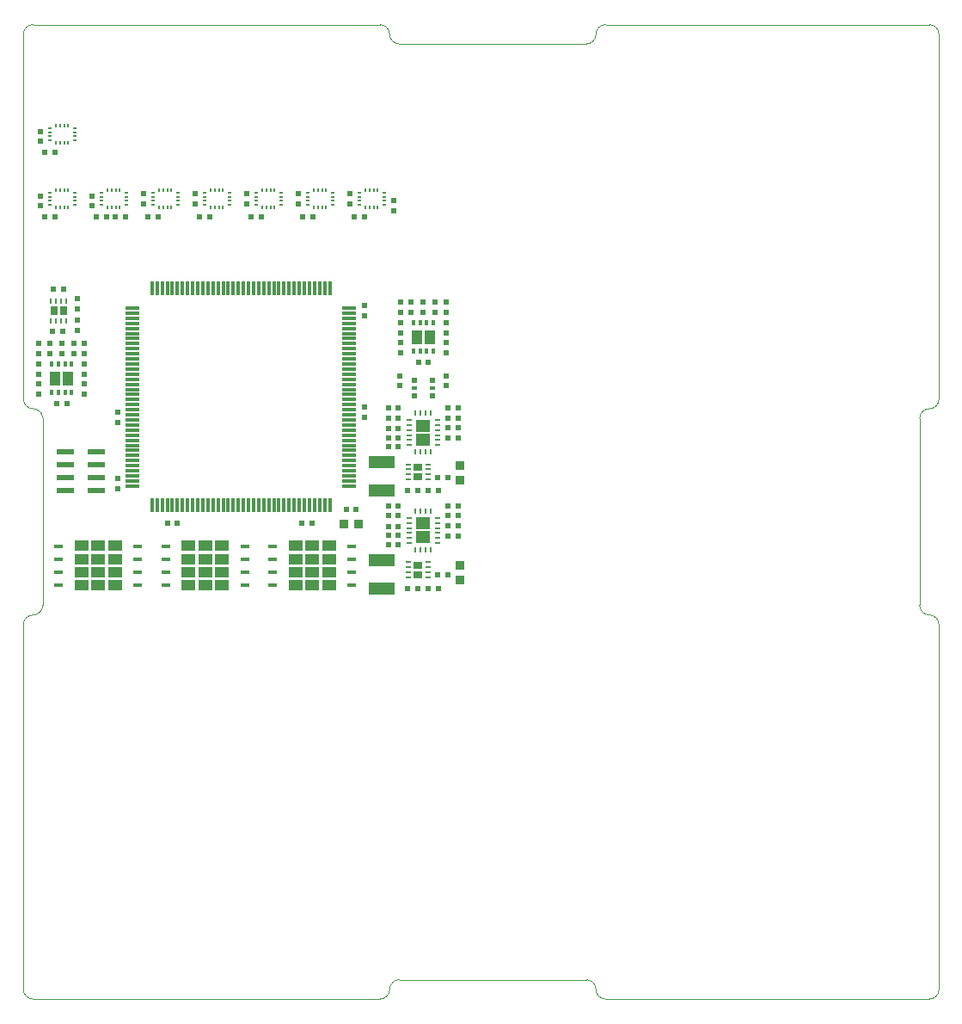
<source format=gbr>
G04 #@! TF.GenerationSoftware,KiCad,Pcbnew,5.1.9*
G04 #@! TF.CreationDate,2021-03-03T13:13:51+01:00*
G04 #@! TF.ProjectId,board_sierra,626f6172-645f-4736-9965-7272612e6b69,v1.1*
G04 #@! TF.SameCoordinates,PX1903cf0PY6c69e80*
G04 #@! TF.FileFunction,Paste,Top*
G04 #@! TF.FilePolarity,Positive*
%FSLAX46Y46*%
G04 Gerber Fmt 4.6, Leading zero omitted, Abs format (unit mm)*
G04 Created by KiCad (PCBNEW 5.1.9) date 2021-03-03 13:13:51*
%MOMM*%
%LPD*%
G01*
G04 APERTURE LIST*
G04 #@! TA.AperFunction,Profile*
%ADD10C,0.100000*%
G04 #@! TD*
%ADD11R,0.950000X0.950000*%
%ADD12R,2.650000X1.250000*%
%ADD13R,0.600000X0.500000*%
%ADD14R,1.475000X0.300000*%
%ADD15R,0.300000X1.475000*%
%ADD16R,0.500000X0.600000*%
%ADD17R,1.070000X1.470000*%
%ADD18R,0.300000X0.600000*%
%ADD19R,1.450000X1.075000*%
%ADD20R,0.950000X0.450000*%
%ADD21R,0.600000X0.200000*%
%ADD22R,0.200000X0.600000*%
%ADD23R,1.470000X1.150000*%
%ADD24R,1.700000X0.600000*%
%ADD25R,0.225000X0.463000*%
%ADD26R,0.463000X0.225000*%
%ADD27R,0.900000X0.700000*%
%ADD28R,0.500000X0.250000*%
%ADD29R,0.700000X0.900000*%
%ADD30R,0.250000X0.500000*%
%ADD31R,0.600000X0.600000*%
%ADD32R,0.600000X0.400000*%
G04 APERTURE END LIST*
D10*
X50355500Y88900000D02*
G75*
G03*
X51308000Y89852500I0J952500D01*
G01*
X31940500Y88900000D02*
X50355500Y88900000D01*
X52260500Y90805000D02*
X84137500Y90805000D01*
X30988000Y89852500D02*
G75*
G03*
X30035500Y90805000I-952500J0D01*
G01*
X30988000Y89852500D02*
G75*
G03*
X31940500Y88900000I952500J0D01*
G01*
X-4127500Y90805000D02*
X30035500Y90805000D01*
X52260500Y90805000D02*
G75*
G03*
X51308000Y89852500I0J-952500D01*
G01*
X52260500Y-5080000D02*
X84137500Y-5080000D01*
X31940500Y-3175000D02*
X50355500Y-3175000D01*
X-4127500Y-5080000D02*
X30035500Y-5080000D01*
X52260500Y-5080000D02*
G75*
G02*
X51308000Y-4127500I0J952500D01*
G01*
X50355500Y-3175000D02*
G75*
G02*
X51308000Y-4127500I0J-952500D01*
G01*
X30988000Y-4127500D02*
G75*
G02*
X31940500Y-3175000I952500J0D01*
G01*
X30988000Y-4127500D02*
G75*
G02*
X30035500Y-5080000I-952500J0D01*
G01*
X84137500Y53009800D02*
G75*
G03*
X83185000Y52057300I0J-952500D01*
G01*
X85090000Y89852500D02*
X85090000Y53962300D01*
X83185000Y52057300D02*
X83185000Y33667700D01*
X85090000Y31762700D02*
X85090000Y-4127500D01*
X83185000Y33667700D02*
G75*
G03*
X84137500Y32715200I952500J0D01*
G01*
X85090000Y31762700D02*
G75*
G03*
X84137500Y32715200I-952500J0D01*
G01*
X84137500Y53009800D02*
G75*
G03*
X85090000Y53962300I0J952500D01*
G01*
X85090000Y-4127500D02*
G75*
G02*
X84137500Y-5080000I-952500J0D01*
G01*
X84137500Y90805000D02*
G75*
G02*
X85090000Y89852500I0J-952500D01*
G01*
X-5080000Y31762700D02*
X-5080000Y-4127500D01*
X-5080000Y89852500D02*
X-5080000Y53962300D01*
X-5080000Y89852500D02*
G75*
G02*
X-4127500Y90805000I952500J0D01*
G01*
X-3175000Y52057300D02*
X-3175000Y33667700D01*
X-4127500Y53009800D02*
G75*
G02*
X-5080000Y53962300I0J952500D01*
G01*
X-4127500Y53009800D02*
G75*
G02*
X-3175000Y52057300I0J-952500D01*
G01*
X-3175000Y33667700D02*
G75*
G02*
X-4127500Y32715200I-952500J0D01*
G01*
X-5080000Y31762700D02*
G75*
G02*
X-4127500Y32715200I952500J0D01*
G01*
X-4127500Y-5080000D02*
G75*
G02*
X-5080000Y-4127500I0J952500D01*
G01*
D11*
G04 #@! TO.C,L1*
X26475000Y41700000D03*
X27925000Y41700000D03*
G04 #@! TD*
D12*
G04 #@! TO.C,C57*
X30226000Y35303000D03*
X30226000Y38103000D03*
G04 #@! TD*
G04 #@! TO.C,C56*
X30226000Y44955000D03*
X30226000Y47755000D03*
G04 #@! TD*
D13*
G04 #@! TO.C,R53*
X36576000Y56253000D03*
X36576000Y55253000D03*
G04 #@! TD*
D14*
G04 #@! TO.C,U1*
X5673500Y45408000D03*
X5673500Y45908000D03*
X5673500Y46408000D03*
X5673500Y46908000D03*
X5673500Y47408000D03*
X5673500Y47908000D03*
X5673500Y48408000D03*
X5673500Y48908000D03*
X5673500Y49408000D03*
X5673500Y49908000D03*
X5673500Y50408000D03*
X5673500Y50908000D03*
X5673500Y51408000D03*
X5673500Y51908000D03*
X5673500Y52408000D03*
X5673500Y52908000D03*
X5673500Y53408000D03*
X5673500Y53908000D03*
X5673500Y54408000D03*
X5673500Y54908000D03*
X5673500Y55408000D03*
X5673500Y55908000D03*
X5673500Y56408000D03*
X5673500Y56908000D03*
X5673500Y57408000D03*
X5673500Y57908000D03*
X5673500Y58408000D03*
X5673500Y58908000D03*
X5673500Y59408000D03*
X5673500Y59908000D03*
X5673500Y60408000D03*
X5673500Y60908000D03*
X5673500Y61408000D03*
X5673500Y61908000D03*
X5673500Y62408000D03*
X5673500Y62908000D03*
D15*
X7586000Y64820500D03*
X8086000Y64820500D03*
X8586000Y64820500D03*
X9086000Y64820500D03*
X9586000Y64820500D03*
X10086000Y64820500D03*
X10586000Y64820500D03*
X11086000Y64820500D03*
X11586000Y64820500D03*
X12086000Y64820500D03*
X12586000Y64820500D03*
X13086000Y64820500D03*
X13586000Y64820500D03*
X14086000Y64820500D03*
X14586000Y64820500D03*
X15086000Y64820500D03*
X15586000Y64820500D03*
X16086000Y64820500D03*
X16586000Y64820500D03*
X17086000Y64820500D03*
X17586000Y64820500D03*
X18086000Y64820500D03*
X18586000Y64820500D03*
X19086000Y64820500D03*
X19586000Y64820500D03*
X20086000Y64820500D03*
X20586000Y64820500D03*
X21086000Y64820500D03*
X21586000Y64820500D03*
X22086000Y64820500D03*
X22586000Y64820500D03*
X23086000Y64820500D03*
X23586000Y64820500D03*
X24086000Y64820500D03*
X24586000Y64820500D03*
X25086000Y64820500D03*
D14*
X26998500Y62908000D03*
X26998500Y62408000D03*
X26998500Y61908000D03*
X26998500Y61408000D03*
X26998500Y60908000D03*
X26998500Y60408000D03*
X26998500Y59908000D03*
X26998500Y59408000D03*
X26998500Y58908000D03*
X26998500Y58408000D03*
X26998500Y57908000D03*
X26998500Y57408000D03*
X26998500Y56908000D03*
X26998500Y56408000D03*
X26998500Y55908000D03*
X26998500Y55408000D03*
X26998500Y54908000D03*
X26998500Y54408000D03*
X26998500Y53908000D03*
X26998500Y53408000D03*
X26998500Y52908000D03*
X26998500Y52408000D03*
X26998500Y51908000D03*
X26998500Y51408000D03*
X26998500Y50908000D03*
X26998500Y50408000D03*
X26998500Y49908000D03*
X26998500Y49408000D03*
X26998500Y48908000D03*
X26998500Y48408000D03*
X26998500Y47908000D03*
X26998500Y47408000D03*
X26998500Y46908000D03*
X26998500Y46408000D03*
X26998500Y45908000D03*
X26998500Y45408000D03*
D15*
X25086000Y43495500D03*
X24586000Y43495500D03*
X24086000Y43495500D03*
X23586000Y43495500D03*
X23086000Y43495500D03*
X22586000Y43495500D03*
X22086000Y43495500D03*
X21586000Y43495500D03*
X21086000Y43495500D03*
X20586000Y43495500D03*
X20086000Y43495500D03*
X19586000Y43495500D03*
X19086000Y43495500D03*
X18586000Y43495500D03*
X18086000Y43495500D03*
X17586000Y43495500D03*
X17086000Y43495500D03*
X16586000Y43495500D03*
X16086000Y43495500D03*
X15586000Y43495500D03*
X15086000Y43495500D03*
X14586000Y43495500D03*
X14086000Y43495500D03*
X13586000Y43495500D03*
X13086000Y43495500D03*
X12586000Y43495500D03*
X12086000Y43495500D03*
X11586000Y43495500D03*
X11086000Y43495500D03*
X10586000Y43495500D03*
X10086000Y43495500D03*
X9586000Y43495500D03*
X9086000Y43495500D03*
X8586000Y43495500D03*
X8086000Y43495500D03*
X7586000Y43495500D03*
G04 #@! TD*
D16*
G04 #@! TO.C,C34*
X8180000Y71910000D03*
X7180000Y71910000D03*
G04 #@! TD*
D13*
G04 #@! TO.C,C59*
X36560000Y61460000D03*
X36560000Y60460000D03*
G04 #@! TD*
G04 #@! TO.C,C68*
X-3560000Y58450000D03*
X-3560000Y59450000D03*
G04 #@! TD*
D16*
G04 #@! TO.C,C63*
X34810000Y57600000D03*
X33810000Y57600000D03*
G04 #@! TD*
G04 #@! TO.C,C62*
X-810000Y53550000D03*
X-1810000Y53550000D03*
G04 #@! TD*
G04 #@! TO.C,C66*
X36690000Y46260000D03*
X35690000Y46260000D03*
G04 #@! TD*
D11*
G04 #@! TO.C,C70*
X37870000Y47395000D03*
X37870000Y45945000D03*
G04 #@! TD*
G04 #@! TO.C,C71*
X37870000Y37630000D03*
X37870000Y36180000D03*
G04 #@! TD*
D13*
G04 #@! TO.C,R70*
X-3560000Y55450000D03*
X-3560000Y54450000D03*
G04 #@! TD*
G04 #@! TO.C,R69*
X940000Y55450000D03*
X940000Y54450000D03*
G04 #@! TD*
D17*
G04 #@! TO.C,U3*
X34945000Y60060000D03*
X33675000Y60060000D03*
D18*
X33335000Y61460000D03*
X33985000Y61460000D03*
X34635000Y61460000D03*
X35285000Y61460000D03*
X35285000Y58660000D03*
X34635000Y58660000D03*
X33985000Y58660000D03*
X33335000Y58660000D03*
G04 #@! TD*
D19*
G04 #@! TO.C,M1*
X636000Y39504500D03*
D20*
X6186000Y39497000D03*
X6186000Y38227000D03*
X6186000Y36957000D03*
X6186000Y35687000D03*
X-1614000Y35687000D03*
X-1614000Y36957000D03*
X-1614000Y38227000D03*
X-1614000Y39497000D03*
D19*
X2286000Y39504500D03*
X3936000Y39504500D03*
X636000Y38229500D03*
X2286000Y38229500D03*
X3936000Y38229500D03*
X636000Y36954500D03*
X2286000Y36954500D03*
X3936000Y36954500D03*
X636000Y35679500D03*
X2286000Y35679500D03*
X3936000Y35679500D03*
G04 #@! TD*
G04 #@! TO.C,M3*
X21718000Y39504500D03*
D20*
X27268000Y39497000D03*
X27268000Y38227000D03*
X27268000Y36957000D03*
X27268000Y35687000D03*
X19468000Y35687000D03*
X19468000Y36957000D03*
X19468000Y38227000D03*
X19468000Y39497000D03*
D19*
X23368000Y39504500D03*
X25018000Y39504500D03*
X21718000Y38229500D03*
X23368000Y38229500D03*
X25018000Y38229500D03*
X21718000Y36954500D03*
X23368000Y36954500D03*
X25018000Y36954500D03*
X21718000Y35679500D03*
X23368000Y35679500D03*
X25018000Y35679500D03*
G04 #@! TD*
G04 #@! TO.C,M2*
X11177000Y39504500D03*
D20*
X16727000Y39497000D03*
X16727000Y38227000D03*
X16727000Y36957000D03*
X16727000Y35687000D03*
X8927000Y35687000D03*
X8927000Y36957000D03*
X8927000Y38227000D03*
X8927000Y39497000D03*
D19*
X12827000Y39504500D03*
X14477000Y39504500D03*
X11177000Y38229500D03*
X12827000Y38229500D03*
X14477000Y38229500D03*
X11177000Y36954500D03*
X12827000Y36954500D03*
X14477000Y36954500D03*
X11177000Y35679500D03*
X12827000Y35679500D03*
X14477000Y35679500D03*
G04 #@! TD*
D17*
G04 #@! TO.C,U2*
X-675000Y56000000D03*
X-1945000Y56000000D03*
D18*
X-2285000Y57400000D03*
X-1635000Y57400000D03*
X-985000Y57400000D03*
X-335000Y57400000D03*
X-335000Y54600000D03*
X-985000Y54600000D03*
X-1635000Y54600000D03*
X-2285000Y54600000D03*
G04 #@! TD*
D21*
G04 #@! TO.C,EF2*
X32890000Y42280000D03*
X32890000Y41780000D03*
X32890000Y41280000D03*
X32890000Y40780000D03*
X32890000Y40280000D03*
X32890000Y39780000D03*
D22*
X33540000Y39130000D03*
X34040000Y39130000D03*
X34540000Y39130000D03*
X35040000Y39130000D03*
D21*
X35690000Y39780000D03*
X35690000Y40280000D03*
X35690000Y40780000D03*
X35690000Y41280000D03*
X35690000Y41780000D03*
X35690000Y42280000D03*
D22*
X35040000Y42930000D03*
X34540000Y42930000D03*
X34040000Y42930000D03*
X33540000Y42930000D03*
D23*
X34290000Y41705000D03*
X34290000Y40355000D03*
G04 #@! TD*
D24*
G04 #@! TO.C,JC1*
X-965000Y48815000D03*
X2085000Y48815000D03*
X-965000Y47545000D03*
X2085000Y47545000D03*
X-965000Y46275000D03*
X2085000Y46275000D03*
X-965000Y45005000D03*
X2085000Y45005000D03*
G04 #@! TD*
D13*
G04 #@! TO.C,C64*
X-1310000Y58450000D03*
X-1310000Y59450000D03*
G04 #@! TD*
G04 #@! TO.C,C18*
X4180000Y51660000D03*
X4180000Y52660000D03*
G04 #@! TD*
G04 #@! TO.C,C5*
X4180000Y45160000D03*
X4180000Y46160000D03*
G04 #@! TD*
D16*
G04 #@! TO.C,C1*
X23330000Y41740000D03*
X22330000Y41740000D03*
G04 #@! TD*
G04 #@! TO.C,R68*
X31840000Y39620000D03*
X30840000Y39620000D03*
G04 #@! TD*
D13*
G04 #@! TO.C,R15*
X-3420000Y80310000D03*
X-3420000Y79310000D03*
G04 #@! TD*
D16*
G04 #@! TO.C,C25*
X-1990000Y78260000D03*
X-2990000Y78260000D03*
G04 #@! TD*
D25*
G04 #@! TO.C,AS6*
X-670000Y80828500D03*
X-1070000Y80828500D03*
X-1470000Y80828500D03*
X-1870000Y80828500D03*
D26*
X-2488500Y80610000D03*
X-2488500Y80210000D03*
X-2488500Y79810000D03*
X-2488500Y79410000D03*
D25*
X-1870000Y79191500D03*
X-1470000Y79191500D03*
X-1070000Y79191500D03*
X-670000Y79191500D03*
D26*
X-51500Y79410000D03*
X-51500Y79810000D03*
X-51500Y80210000D03*
X-51500Y80610000D03*
G04 #@! TD*
D25*
G04 #@! TO.C,AS12*
X19650000Y74478500D03*
X19250000Y74478500D03*
X18850000Y74478500D03*
X18450000Y74478500D03*
D26*
X17831500Y74260000D03*
X17831500Y73860000D03*
X17831500Y73460000D03*
X17831500Y73060000D03*
D25*
X18450000Y72841500D03*
X18850000Y72841500D03*
X19250000Y72841500D03*
X19650000Y72841500D03*
D26*
X20268500Y73060000D03*
X20268500Y73460000D03*
X20268500Y73860000D03*
X20268500Y74260000D03*
G04 #@! TD*
D13*
G04 #@! TO.C,R16*
X27060000Y74160000D03*
X27060000Y73160000D03*
G04 #@! TD*
D16*
G04 #@! TO.C,R3*
X3990000Y71910000D03*
X4990000Y71910000D03*
G04 #@! TD*
G04 #@! TO.C,C3*
X3090000Y71910000D03*
X2090000Y71910000D03*
G04 #@! TD*
G04 #@! TO.C,C30*
X23410000Y71910000D03*
X22410000Y71910000D03*
G04 #@! TD*
D25*
G04 #@! TO.C,AS10*
X9490000Y74478500D03*
X9090000Y74478500D03*
X8690000Y74478500D03*
X8290000Y74478500D03*
D26*
X7671500Y74260000D03*
X7671500Y73860000D03*
X7671500Y73460000D03*
X7671500Y73060000D03*
D25*
X8290000Y72841500D03*
X8690000Y72841500D03*
X9090000Y72841500D03*
X9490000Y72841500D03*
D26*
X10108500Y73060000D03*
X10108500Y73460000D03*
X10108500Y73860000D03*
X10108500Y74260000D03*
G04 #@! TD*
D13*
G04 #@! TO.C,R25*
X6740000Y74160000D03*
X6740000Y73160000D03*
G04 #@! TD*
G04 #@! TO.C,R48*
X11820000Y74160000D03*
X11820000Y73160000D03*
G04 #@! TD*
D16*
G04 #@! TO.C,C53*
X13250000Y71910000D03*
X12250000Y71910000D03*
G04 #@! TD*
D13*
G04 #@! TO.C,R72*
X32060000Y59510000D03*
X32060000Y58510000D03*
G04 #@! TD*
G04 #@! TO.C,R71*
X36560000Y59510000D03*
X36560000Y58510000D03*
G04 #@! TD*
D21*
G04 #@! TO.C,EF1*
X32890000Y51920000D03*
X32890000Y51420000D03*
X32890000Y50920000D03*
X32890000Y50420000D03*
X32890000Y49920000D03*
X32890000Y49420000D03*
D22*
X33540000Y48770000D03*
X34040000Y48770000D03*
X34540000Y48770000D03*
X35040000Y48770000D03*
D21*
X35690000Y49420000D03*
X35690000Y49920000D03*
X35690000Y50420000D03*
X35690000Y50920000D03*
X35690000Y51420000D03*
X35690000Y51920000D03*
D22*
X35040000Y52570000D03*
X34540000Y52570000D03*
X34040000Y52570000D03*
X33540000Y52570000D03*
D23*
X34290000Y51345000D03*
X34290000Y49995000D03*
G04 #@! TD*
D27*
G04 #@! TO.C,Q2*
X33790000Y47240000D03*
X33790000Y46340000D03*
D28*
X32840000Y47540000D03*
X32840000Y47040000D03*
X32840000Y46540000D03*
X32840000Y46040000D03*
X34740000Y46040000D03*
X34740000Y46540000D03*
X34740000Y47040000D03*
X34740000Y47540000D03*
G04 #@! TD*
D16*
G04 #@! TO.C,R67*
X31840000Y49250000D03*
X30840000Y49250000D03*
G04 #@! TD*
G04 #@! TO.C,R62*
X30840000Y42480000D03*
X31840000Y42480000D03*
G04 #@! TD*
G04 #@! TO.C,R60*
X37740000Y43430000D03*
X36740000Y43430000D03*
G04 #@! TD*
D13*
G04 #@! TO.C,D1*
X220000Y62820000D03*
X220000Y63820000D03*
G04 #@! TD*
D16*
G04 #@! TO.C,D3*
X33774000Y35330000D03*
X32774000Y35330000D03*
G04 #@! TD*
G04 #@! TO.C,D2*
X33774000Y44970700D03*
X32774000Y44970700D03*
G04 #@! TD*
G04 #@! TO.C,C28*
X-1110000Y64770000D03*
X-2110000Y64770000D03*
G04 #@! TD*
D13*
G04 #@! TO.C,C27*
X220000Y60730000D03*
X220000Y61730000D03*
G04 #@! TD*
D16*
G04 #@! TO.C,C67*
X36690000Y36630000D03*
X35690000Y36630000D03*
G04 #@! TD*
G04 #@! TO.C,C61*
X35806000Y35330000D03*
X34806000Y35330000D03*
G04 #@! TD*
G04 #@! TO.C,C60*
X35806000Y44970700D03*
X34806000Y44970700D03*
G04 #@! TD*
G04 #@! TO.C,C52*
X30840000Y43430000D03*
X31840000Y43430000D03*
G04 #@! TD*
G04 #@! TO.C,C51*
X30840000Y53060000D03*
X31840000Y53060000D03*
G04 #@! TD*
D13*
G04 #@! TO.C,R80*
X35490000Y62510000D03*
X35490000Y63510000D03*
G04 #@! TD*
G04 #@! TO.C,R79*
X-130000Y58450000D03*
X-130000Y59450000D03*
G04 #@! TD*
G04 #@! TO.C,R78*
X33120000Y62510000D03*
X33120000Y63510000D03*
G04 #@! TD*
G04 #@! TO.C,R77*
X-2500000Y58450000D03*
X-2500000Y59450000D03*
G04 #@! TD*
G04 #@! TO.C,R74*
X32060000Y61460000D03*
X32060000Y60460000D03*
G04 #@! TD*
G04 #@! TO.C,R73*
X-3560000Y57400000D03*
X-3560000Y56400000D03*
G04 #@! TD*
D16*
G04 #@! TO.C,R22*
X-2240000Y60620000D03*
X-1240000Y60620000D03*
G04 #@! TD*
D13*
G04 #@! TO.C,R33*
X16900000Y74160000D03*
X16900000Y73160000D03*
G04 #@! TD*
G04 #@! TO.C,R76*
X32000000Y56253000D03*
X32000000Y55253000D03*
G04 #@! TD*
G04 #@! TO.C,R17*
X21980000Y74160000D03*
X21980000Y73160000D03*
G04 #@! TD*
G04 #@! TO.C,R1*
X1660000Y72960000D03*
X1660000Y73960000D03*
G04 #@! TD*
D16*
G04 #@! TO.C,R66*
X31840000Y41420000D03*
X30840000Y41420000D03*
G04 #@! TD*
G04 #@! TO.C,R65*
X31840000Y40520000D03*
X30840000Y40520000D03*
G04 #@! TD*
G04 #@! TO.C,R64*
X31840000Y51050000D03*
X30840000Y51050000D03*
G04 #@! TD*
G04 #@! TO.C,R63*
X31840000Y50150000D03*
X30840000Y50150000D03*
G04 #@! TD*
G04 #@! TO.C,R61*
X30840000Y52110000D03*
X31840000Y52110000D03*
G04 #@! TD*
G04 #@! TO.C,R59*
X37740000Y53060000D03*
X36740000Y53060000D03*
G04 #@! TD*
G04 #@! TO.C,R56*
X36740000Y42480000D03*
X37740000Y42480000D03*
G04 #@! TD*
G04 #@! TO.C,R55*
X37740000Y41530000D03*
X36740000Y41530000D03*
G04 #@! TD*
G04 #@! TO.C,R54*
X36740000Y40470000D03*
X37740000Y40470000D03*
G04 #@! TD*
G04 #@! TO.C,R52*
X36740000Y52110000D03*
X37740000Y52110000D03*
G04 #@! TD*
G04 #@! TO.C,R51*
X37740000Y51160000D03*
X36740000Y51160000D03*
G04 #@! TD*
G04 #@! TO.C,R50*
X36740000Y50100000D03*
X37740000Y50100000D03*
G04 #@! TD*
D13*
G04 #@! TO.C,R14*
X-3420000Y73960000D03*
X-3420000Y72960000D03*
G04 #@! TD*
G04 #@! TO.C,R19*
X31360000Y73460000D03*
X31360000Y72460000D03*
G04 #@! TD*
D29*
G04 #@! TO.C,Q1*
X-2060000Y62630000D03*
X-1160000Y62630000D03*
D30*
X-2360000Y61680000D03*
X-1860000Y61680000D03*
X-1360000Y61680000D03*
X-860000Y61680000D03*
X-860000Y63580000D03*
X-1360000Y63580000D03*
X-1860000Y63580000D03*
X-2360000Y63580000D03*
G04 #@! TD*
D27*
G04 #@! TO.C,Q3*
X33790000Y37600000D03*
X33790000Y36700000D03*
D28*
X32840000Y37900000D03*
X32840000Y37400000D03*
X32840000Y36900000D03*
X32840000Y36400000D03*
X34740000Y36400000D03*
X34740000Y36900000D03*
X34740000Y37400000D03*
X34740000Y37900000D03*
G04 #@! TD*
D31*
G04 #@! TO.C,LG1*
X35190000Y54310000D03*
D32*
X35190000Y55060000D03*
D31*
X35190000Y55810000D03*
X33390000Y55810000D03*
D32*
X33390000Y55060000D03*
D31*
X33390000Y54310000D03*
G04 #@! TD*
D16*
G04 #@! TO.C,FB1*
X27700000Y43100000D03*
X26700000Y43100000D03*
G04 #@! TD*
D13*
G04 #@! TO.C,C73*
X36560000Y62510000D03*
X36560000Y63510000D03*
G04 #@! TD*
G04 #@! TO.C,C72*
X940000Y58460000D03*
X940000Y59460000D03*
G04 #@! TD*
G04 #@! TO.C,C69*
X32060000Y62510000D03*
X32060000Y63510000D03*
G04 #@! TD*
G04 #@! TO.C,C65*
X34310000Y63510000D03*
X34310000Y62510000D03*
G04 #@! TD*
G04 #@! TO.C,C58*
X940000Y57400000D03*
X940000Y56400000D03*
G04 #@! TD*
D16*
G04 #@! TO.C,C47*
X18340000Y71910000D03*
X17340000Y71910000D03*
G04 #@! TD*
G04 #@! TO.C,C24*
X-1990000Y71910000D03*
X-2990000Y71910000D03*
G04 #@! TD*
G04 #@! TO.C,C29*
X28500000Y71910000D03*
X27500000Y71910000D03*
G04 #@! TD*
G04 #@! TO.C,C14*
X10090000Y41740000D03*
X9090000Y41740000D03*
G04 #@! TD*
D13*
G04 #@! TO.C,C11*
X28480000Y53160000D03*
X28480000Y52160000D03*
G04 #@! TD*
G04 #@! TO.C,C9*
X28490000Y63160000D03*
X28490000Y62160000D03*
G04 #@! TD*
D25*
G04 #@! TO.C,AS8*
X24730000Y74478500D03*
X24330000Y74478500D03*
X23930000Y74478500D03*
X23530000Y74478500D03*
D26*
X22911500Y74260000D03*
X22911500Y73860000D03*
X22911500Y73460000D03*
X22911500Y73060000D03*
D25*
X23530000Y72841500D03*
X23930000Y72841500D03*
X24330000Y72841500D03*
X24730000Y72841500D03*
D26*
X25348500Y73060000D03*
X25348500Y73460000D03*
X25348500Y73860000D03*
X25348500Y74260000D03*
G04 #@! TD*
D25*
G04 #@! TO.C,AS1*
X4410000Y74478500D03*
X4010000Y74478500D03*
X3610000Y74478500D03*
X3210000Y74478500D03*
D26*
X2591500Y74260000D03*
X2591500Y73860000D03*
X2591500Y73460000D03*
X2591500Y73060000D03*
D25*
X3210000Y72841500D03*
X3610000Y72841500D03*
X4010000Y72841500D03*
X4410000Y72841500D03*
D26*
X5028500Y73060000D03*
X5028500Y73460000D03*
X5028500Y73860000D03*
X5028500Y74260000D03*
G04 #@! TD*
D25*
G04 #@! TO.C,AS14*
X14570000Y74478500D03*
X14170000Y74478500D03*
X13770000Y74478500D03*
X13370000Y74478500D03*
D26*
X12751500Y74260000D03*
X12751500Y73860000D03*
X12751500Y73460000D03*
X12751500Y73060000D03*
D25*
X13370000Y72841500D03*
X13770000Y72841500D03*
X14170000Y72841500D03*
X14570000Y72841500D03*
D26*
X15188500Y73060000D03*
X15188500Y73460000D03*
X15188500Y73860000D03*
X15188500Y74260000D03*
G04 #@! TD*
D25*
G04 #@! TO.C,AS5*
X-670000Y74478500D03*
X-1070000Y74478500D03*
X-1470000Y74478500D03*
X-1870000Y74478500D03*
D26*
X-2488500Y74260000D03*
X-2488500Y73860000D03*
X-2488500Y73460000D03*
X-2488500Y73060000D03*
D25*
X-1870000Y72841500D03*
X-1470000Y72841500D03*
X-1070000Y72841500D03*
X-670000Y72841500D03*
D26*
X-51500Y73060000D03*
X-51500Y73460000D03*
X-51500Y73860000D03*
X-51500Y74260000D03*
G04 #@! TD*
D25*
G04 #@! TO.C,AS7*
X29810000Y74478500D03*
X29410000Y74478500D03*
X29010000Y74478500D03*
X28610000Y74478500D03*
D26*
X27991500Y74260000D03*
X27991500Y73860000D03*
X27991500Y73460000D03*
X27991500Y73060000D03*
D25*
X28610000Y72841500D03*
X29010000Y72841500D03*
X29410000Y72841500D03*
X29810000Y72841500D03*
D26*
X30428500Y73060000D03*
X30428500Y73460000D03*
X30428500Y73860000D03*
X30428500Y74260000D03*
G04 #@! TD*
M02*

</source>
